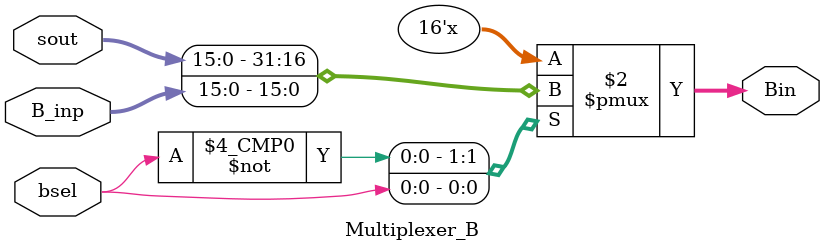
<source format=v>
module Multiplexer_A (asel, pipeline_out,A_inp,Ain);    //6-put cases
  input asel;
  input [15:0] pipeline_out;
  input [15:0] A_inp;
  output reg [15:0] Ain;
  
   //output = input when sel is 0; output = 0 when sel is 1
  always @(*) begin
    case(asel)
    1'b1:Ain=A_inp;
    1'b0:Ain=pipeline_out;
    endcase
  end
endmodule


//  //need to edit
module Multiplexer_B (bsel, sout, B_inp,Bin);
  input bsel;
  input [15:0] sout,B_inp;
  output reg [15:0] Bin;  

  always @(*) begin
    case(bsel)
    1'b0:Bin=sout; 
    1'b1:Bin=B_inp;//{11'b0,}
    endcase
  end
endmodule
</source>
